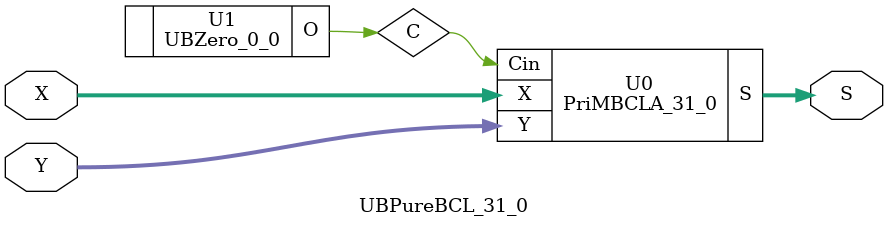
<source format=v>
/*----------------------------------------------------------------------------
  Copyright (c) 2021 Homma laboratory. All rights reserved.

  Top module: UBBCL_31_0_31_0

  Operand-1 length: 32
  Operand-2 length: 32
  Two-operand addition algorithm: Block carry look-ahead adder
----------------------------------------------------------------------------*/

module GPGenerator(Go, Po, A, B);
  output Go;
  output Po;
  input A;
  input B;
  assign Go = A & B;
  assign Po = A ^ B;
endmodule

module BCLAU_4(Go, Po, G, P, Cin);
  output Go;
  output Po;
  input Cin;
  input [3:0] G;
  input [3:0] P;
  assign Po = P[0] & P[1] & P[2] & P[3];
  assign Go = G[3] | ( P[3] & G[2] ) | ( P[3] & P[2] & G[1] ) | ( P[3] & P[2] & P[1] & G[0] );
endmodule

module BCLAlU_4(Go, Po, S, X, Y, Cin);
  output Go;
  output Po;
  output [3:0] S;
  input Cin;
  input [3:0] X;
  input [3:0] Y;
  wire [3:1] C;
  wire [3:0] G;
  wire [3:0] P;
  assign C[1] = G[0] | ( P[0] & Cin );
  assign C[2] = G[1] | ( P[1] & C[1] );
  assign C[3] = G[2] | ( P[2] & C[2] );
  assign S[0] = P[0] ^ Cin;
  assign S[1] = P[1] ^ C[1];
  assign S[2] = P[2] ^ C[2];
  assign S[3] = P[3] ^ C[3];
  GPGenerator U0 (G[0], P[0], X[0], Y[0]);
  GPGenerator U1 (G[1], P[1], X[1], Y[1]);
  GPGenerator U2 (G[2], P[2], X[2], Y[2]);
  GPGenerator U3 (G[3], P[3], X[3], Y[3]);
  BCLAU_4 U4 (Go, Po, G, P, Cin);
endmodule

module PriMBCLA_31_0(S, X, Y, Cin);
  output [32:0] S;
  input Cin;
  input [31:0] X;
  input [31:0] Y;
  wire [7:0] C1;
  wire [1:0] C2;
  wire [7:0] G1;
  wire [1:0] G2;
  wire [7:0] P1;
  wire [1:0] P2;
  assign C1[0] = C2[0];
  assign C1[1] = G1[0] | ( P1[0] & C1[0] );
  assign C1[2] = G1[1] | ( P1[1] & C1[1] );
  assign C1[3] = G1[2] | ( P1[2] & C1[2] );
  assign C1[4] = C2[1];
  assign C1[5] = G1[4] | ( P1[4] & C1[4] );
  assign C1[6] = G1[5] | ( P1[5] & C1[5] );
  assign C1[7] = G1[6] | ( P1[6] & C1[6] );
  assign C2[0] = Cin;
  assign C2[1] = G2[0] | ( P2[0] & C2[0] );
  assign S[32] = G2[1] | ( P2[1] & C2[1] );
  BCLAlU_4 U0 (G1[0], P1[0], S[3:0], X[3:0], Y[3:0], C1[0]);
  BCLAlU_4 U1 (G1[1], P1[1], S[7:4], X[7:4], Y[7:4], C1[1]);
  BCLAlU_4 U2 (G1[2], P1[2], S[11:8], X[11:8], Y[11:8], C1[2]);
  BCLAlU_4 U3 (G1[3], P1[3], S[15:12], X[15:12], Y[15:12], C1[3]);
  BCLAlU_4 U4 (G1[4], P1[4], S[19:16], X[19:16], Y[19:16], C1[4]);
  BCLAlU_4 U5 (G1[5], P1[5], S[23:20], X[23:20], Y[23:20], C1[5]);
  BCLAlU_4 U6 (G1[6], P1[6], S[27:24], X[27:24], Y[27:24], C1[6]);
  BCLAlU_4 U7 (G1[7], P1[7], S[31:28], X[31:28], Y[31:28], C1[7]);
  BCLAU_4 U8 (G2[0], P2[0], G1[3:0], P1[3:0], C2[0]);
  BCLAU_4 U9 (G2[1], P2[1], G1[7:4], P1[7:4], C2[1]);
endmodule

module UBZero_0_0(O);
  output [0:0] O;
  assign O[0] = 0;
endmodule

module UBBCL_31_0_31_0 (S, X, Y);
  output [32:0] S;
  input [31:0] X;
  input [31:0] Y;
  UBPureBCL_31_0 U0 (S[32:0], X[31:0], Y[31:0]);
endmodule

module UBPureBCL_31_0 (S, X, Y);
  output [32:0] S;
  input [31:0] X;
  input [31:0] Y;
  wire C;
  PriMBCLA_31_0 U0 (S, X, Y, C);
  UBZero_0_0 U1 (C);
endmodule


</source>
